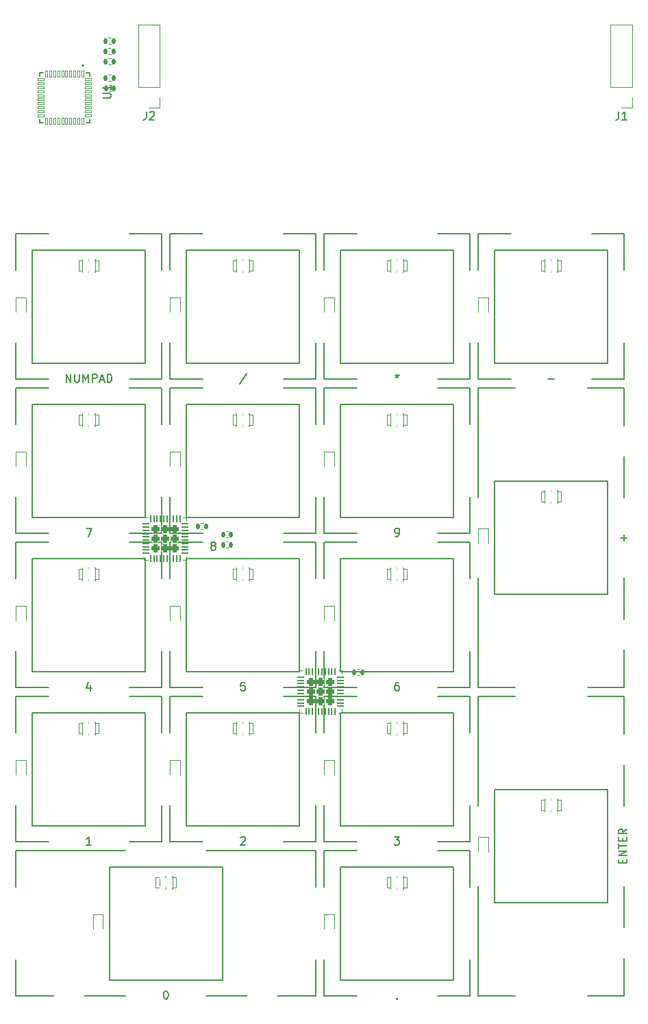
<source format=gto>
G04 #@! TF.GenerationSoftware,KiCad,Pcbnew,(6.0.5)*
G04 #@! TF.CreationDate,2022-06-21T22:28:43+02:00*
G04 #@! TF.ProjectId,Numpad,4e756d70-6164-42e6-9b69-6361645f7063,rev?*
G04 #@! TF.SameCoordinates,Original*
G04 #@! TF.FileFunction,Legend,Top*
G04 #@! TF.FilePolarity,Positive*
%FSLAX46Y46*%
G04 Gerber Fmt 4.6, Leading zero omitted, Abs format (unit mm)*
G04 Created by KiCad (PCBNEW (6.0.5)) date 2022-06-21 22:28:43*
%MOMM*%
%LPD*%
G01*
G04 APERTURE LIST*
G04 Aperture macros list*
%AMRoundRect*
0 Rectangle with rounded corners*
0 $1 Rounding radius*
0 $2 $3 $4 $5 $6 $7 $8 $9 X,Y pos of 4 corners*
0 Add a 4 corners polygon primitive as box body*
4,1,4,$2,$3,$4,$5,$6,$7,$8,$9,$2,$3,0*
0 Add four circle primitives for the rounded corners*
1,1,$1+$1,$2,$3*
1,1,$1+$1,$4,$5*
1,1,$1+$1,$6,$7*
1,1,$1+$1,$8,$9*
0 Add four rect primitives between the rounded corners*
20,1,$1+$1,$2,$3,$4,$5,0*
20,1,$1+$1,$4,$5,$6,$7,0*
20,1,$1+$1,$6,$7,$8,$9,0*
20,1,$1+$1,$8,$9,$2,$3,0*%
G04 Aperture macros list end*
%ADD10C,0.150000*%
%ADD11C,0.120000*%
%ADD12C,0.127000*%
%ADD13C,0.200000*%
%ADD14R,0.700000X0.600000*%
%ADD15C,3.000000*%
%ADD16C,4.000000*%
%ADD17C,3.048000*%
%ADD18C,3.987800*%
%ADD19R,0.650000X0.600000*%
%ADD20RoundRect,0.135000X-0.135000X-0.185000X0.135000X-0.185000X0.135000X0.185000X-0.135000X0.185000X0*%
%ADD21RoundRect,0.135000X0.135000X0.185000X-0.135000X0.185000X-0.135000X-0.185000X0.135000X-0.185000X0*%
%ADD22RoundRect,0.008100X-0.126900X0.421900X-0.126900X-0.421900X0.126900X-0.421900X0.126900X0.421900X0*%
%ADD23RoundRect,0.008100X-0.421900X-0.126900X0.421900X-0.126900X0.421900X0.126900X-0.421900X0.126900X0*%
%ADD24R,4.100000X4.100000*%
%ADD25R,1.700000X1.700000*%
%ADD26O,1.700000X1.700000*%
%ADD27RoundRect,0.140000X-0.140000X-0.170000X0.140000X-0.170000X0.140000X0.170000X-0.140000X0.170000X0*%
%ADD28RoundRect,0.062500X-0.350000X-0.062500X0.350000X-0.062500X0.350000X0.062500X-0.350000X0.062500X0*%
%ADD29RoundRect,0.062500X-0.062500X-0.350000X0.062500X-0.350000X0.062500X0.350000X-0.062500X0.350000X0*%
%ADD30RoundRect,0.242500X-0.242500X-0.242500X0.242500X-0.242500X0.242500X0.242500X-0.242500X0.242500X0*%
%ADD31RoundRect,0.140000X0.140000X0.170000X-0.140000X0.170000X-0.140000X-0.170000X0.140000X-0.170000X0*%
G04 APERTURE END LIST*
D10*
X43971380Y-146302380D02*
X44066619Y-146302380D01*
X44161857Y-146350000D01*
X44209476Y-146397619D01*
X44257095Y-146492857D01*
X44304714Y-146683333D01*
X44304714Y-146921428D01*
X44257095Y-147111904D01*
X44209476Y-147207142D01*
X44161857Y-147254761D01*
X44066619Y-147302380D01*
X43971380Y-147302380D01*
X43876142Y-147254761D01*
X43828523Y-147207142D01*
X43780904Y-147111904D01*
X43733285Y-146921428D01*
X43733285Y-146683333D01*
X43780904Y-146492857D01*
X43828523Y-146397619D01*
X43876142Y-146350000D01*
X43971380Y-146302380D01*
X36216380Y-35989904D02*
X37025904Y-35989904D01*
X37121142Y-35942285D01*
X37168761Y-35894666D01*
X37216380Y-35799428D01*
X37216380Y-35608952D01*
X37168761Y-35513714D01*
X37121142Y-35466095D01*
X37025904Y-35418476D01*
X36216380Y-35418476D01*
X37216380Y-34418476D02*
X37216380Y-34989904D01*
X37216380Y-34704190D02*
X36216380Y-34704190D01*
X36359238Y-34799428D01*
X36454476Y-34894666D01*
X36502095Y-34989904D01*
X53258285Y-127347619D02*
X53305904Y-127300000D01*
X53401142Y-127252380D01*
X53639238Y-127252380D01*
X53734476Y-127300000D01*
X53782095Y-127347619D01*
X53829714Y-127442857D01*
X53829714Y-127538095D01*
X53782095Y-127680952D01*
X53210666Y-128252380D01*
X53829714Y-128252380D01*
X72594000Y-147207142D02*
X72641619Y-147254761D01*
X72594000Y-147302380D01*
X72546380Y-147254761D01*
X72594000Y-147207142D01*
X72594000Y-147302380D01*
X53972571Y-70054761D02*
X53115428Y-71340476D01*
X100462571Y-130506428D02*
X100462571Y-130173095D01*
X100986380Y-130030238D02*
X100986380Y-130506428D01*
X99986380Y-130506428D01*
X99986380Y-130030238D01*
X100986380Y-129601666D02*
X99986380Y-129601666D01*
X100986380Y-129030238D01*
X99986380Y-129030238D01*
X99986380Y-128696904D02*
X99986380Y-128125476D01*
X100986380Y-128411190D02*
X99986380Y-128411190D01*
X100462571Y-127792142D02*
X100462571Y-127458809D01*
X100986380Y-127315952D02*
X100986380Y-127792142D01*
X99986380Y-127792142D01*
X99986380Y-127315952D01*
X100986380Y-126315952D02*
X100510190Y-126649285D01*
X100986380Y-126887380D02*
X99986380Y-126887380D01*
X99986380Y-126506428D01*
X100034000Y-126411190D01*
X100081619Y-126363571D01*
X100176857Y-126315952D01*
X100319714Y-126315952D01*
X100414952Y-126363571D01*
X100462571Y-126411190D01*
X100510190Y-126506428D01*
X100510190Y-126887380D01*
X91263047Y-70721428D02*
X92024952Y-70721428D01*
X99986666Y-37676380D02*
X99986666Y-38390666D01*
X99939047Y-38533523D01*
X99843809Y-38628761D01*
X99700952Y-38676380D01*
X99605714Y-38676380D01*
X100986666Y-38676380D02*
X100415238Y-38676380D01*
X100700952Y-38676380D02*
X100700952Y-37676380D01*
X100605714Y-37819238D01*
X100510476Y-37914476D01*
X100415238Y-37962095D01*
X100605428Y-90715952D02*
X100605428Y-89954047D01*
X100986380Y-90335000D02*
X100224476Y-90335000D01*
X72260666Y-127252380D02*
X72879714Y-127252380D01*
X72546380Y-127633333D01*
X72689238Y-127633333D01*
X72784476Y-127680952D01*
X72832095Y-127728571D01*
X72879714Y-127823809D01*
X72879714Y-128061904D01*
X72832095Y-128157142D01*
X72784476Y-128204761D01*
X72689238Y-128252380D01*
X72403523Y-128252380D01*
X72308285Y-128204761D01*
X72260666Y-128157142D01*
X34160666Y-89152380D02*
X34827333Y-89152380D01*
X34398761Y-90152380D01*
X34684476Y-108535714D02*
X34684476Y-109202380D01*
X34446380Y-108154761D02*
X34208285Y-108869047D01*
X34827333Y-108869047D01*
X34779714Y-128252380D02*
X34208285Y-128252380D01*
X34494000Y-128252380D02*
X34494000Y-127252380D01*
X34398761Y-127395238D01*
X34303523Y-127490476D01*
X34208285Y-127538095D01*
X53782095Y-108202380D02*
X53305904Y-108202380D01*
X53258285Y-108678571D01*
X53305904Y-108630952D01*
X53401142Y-108583333D01*
X53639238Y-108583333D01*
X53734476Y-108630952D01*
X53782095Y-108678571D01*
X53829714Y-108773809D01*
X53829714Y-109011904D01*
X53782095Y-109107142D01*
X53734476Y-109154761D01*
X53639238Y-109202380D01*
X53401142Y-109202380D01*
X53305904Y-109154761D01*
X53258285Y-109107142D01*
X72784476Y-108202380D02*
X72594000Y-108202380D01*
X72498761Y-108250000D01*
X72451142Y-108297619D01*
X72355904Y-108440476D01*
X72308285Y-108630952D01*
X72308285Y-109011904D01*
X72355904Y-109107142D01*
X72403523Y-109154761D01*
X72498761Y-109202380D01*
X72689238Y-109202380D01*
X72784476Y-109154761D01*
X72832095Y-109107142D01*
X72879714Y-109011904D01*
X72879714Y-108773809D01*
X72832095Y-108678571D01*
X72784476Y-108630952D01*
X72689238Y-108583333D01*
X72498761Y-108583333D01*
X72403523Y-108630952D01*
X72355904Y-108678571D01*
X72308285Y-108773809D01*
X72594000Y-70102380D02*
X72594000Y-70340476D01*
X72355904Y-70245238D02*
X72594000Y-70340476D01*
X72832095Y-70245238D01*
X72451142Y-70530952D02*
X72594000Y-70340476D01*
X72736857Y-70530952D01*
X49777089Y-91282952D02*
X49681851Y-91235333D01*
X49634232Y-91187714D01*
X49586613Y-91092476D01*
X49586613Y-91044857D01*
X49634232Y-90949619D01*
X49681851Y-90902000D01*
X49777089Y-90854380D01*
X49967566Y-90854380D01*
X50062804Y-90902000D01*
X50110423Y-90949619D01*
X50158042Y-91044857D01*
X50158042Y-91092476D01*
X50110423Y-91187714D01*
X50062804Y-91235333D01*
X49967566Y-91282952D01*
X49777089Y-91282952D01*
X49681851Y-91330571D01*
X49634232Y-91378190D01*
X49586613Y-91473428D01*
X49586613Y-91663904D01*
X49634232Y-91759142D01*
X49681851Y-91806761D01*
X49777089Y-91854380D01*
X49967566Y-91854380D01*
X50062804Y-91806761D01*
X50110423Y-91759142D01*
X50158042Y-91663904D01*
X50158042Y-91473428D01*
X50110423Y-91378190D01*
X50062804Y-91330571D01*
X49967566Y-91282952D01*
X41592666Y-37676380D02*
X41592666Y-38390666D01*
X41545047Y-38533523D01*
X41449809Y-38628761D01*
X41306952Y-38676380D01*
X41211714Y-38676380D01*
X42021238Y-37771619D02*
X42068857Y-37724000D01*
X42164095Y-37676380D01*
X42402190Y-37676380D01*
X42497428Y-37724000D01*
X42545047Y-37771619D01*
X42592666Y-37866857D01*
X42592666Y-37962095D01*
X42545047Y-38104952D01*
X41973619Y-38676380D01*
X42592666Y-38676380D01*
X31684476Y-71102380D02*
X31684476Y-70102380D01*
X32255904Y-71102380D01*
X32255904Y-70102380D01*
X32732095Y-70102380D02*
X32732095Y-70911904D01*
X32779714Y-71007142D01*
X32827333Y-71054761D01*
X32922571Y-71102380D01*
X33113047Y-71102380D01*
X33208285Y-71054761D01*
X33255904Y-71007142D01*
X33303523Y-70911904D01*
X33303523Y-70102380D01*
X33779714Y-71102380D02*
X33779714Y-70102380D01*
X34113047Y-70816666D01*
X34446380Y-70102380D01*
X34446380Y-71102380D01*
X34922571Y-71102380D02*
X34922571Y-70102380D01*
X35303523Y-70102380D01*
X35398761Y-70150000D01*
X35446380Y-70197619D01*
X35494000Y-70292857D01*
X35494000Y-70435714D01*
X35446380Y-70530952D01*
X35398761Y-70578571D01*
X35303523Y-70626190D01*
X34922571Y-70626190D01*
X35874952Y-70816666D02*
X36351142Y-70816666D01*
X35779714Y-71102380D02*
X36113047Y-70102380D01*
X36446380Y-71102380D01*
X36779714Y-71102380D02*
X36779714Y-70102380D01*
X37017809Y-70102380D01*
X37160666Y-70150000D01*
X37255904Y-70245238D01*
X37303523Y-70340476D01*
X37351142Y-70530952D01*
X37351142Y-70673809D01*
X37303523Y-70864285D01*
X37255904Y-70959523D01*
X37160666Y-71054761D01*
X37017809Y-71102380D01*
X36779714Y-71102380D01*
X72403523Y-90152380D02*
X72594000Y-90152380D01*
X72689238Y-90104761D01*
X72736857Y-90057142D01*
X72832095Y-89914285D01*
X72879714Y-89723809D01*
X72879714Y-89342857D01*
X72832095Y-89247619D01*
X72784476Y-89200000D01*
X72689238Y-89152380D01*
X72498761Y-89152380D01*
X72403523Y-89200000D01*
X72355904Y-89247619D01*
X72308285Y-89342857D01*
X72308285Y-89580952D01*
X72355904Y-89676190D01*
X72403523Y-89723809D01*
X72498761Y-89771428D01*
X72689238Y-89771428D01*
X72784476Y-89723809D01*
X72832095Y-89676190D01*
X72879714Y-89580952D01*
D11*
X25489000Y-62460000D02*
X25489000Y-60610000D01*
X26689000Y-62460000D02*
X26689000Y-60610000D01*
X26689000Y-60610000D02*
X25489000Y-60610000D01*
X44539000Y-100560000D02*
X44539000Y-98710000D01*
X45739000Y-100560000D02*
X45739000Y-98710000D01*
X45739000Y-98710000D02*
X44539000Y-98710000D01*
X25489000Y-81510000D02*
X25489000Y-79660000D01*
X26689000Y-81510000D02*
X26689000Y-79660000D01*
X26689000Y-79660000D02*
X25489000Y-79660000D01*
X63589000Y-100560000D02*
X63589000Y-98710000D01*
X64789000Y-100560000D02*
X64789000Y-98710000D01*
X64789000Y-98710000D02*
X63589000Y-98710000D01*
X63589000Y-62460000D02*
X63589000Y-60610000D01*
X64789000Y-62460000D02*
X64789000Y-60610000D01*
X64789000Y-60610000D02*
X63589000Y-60610000D01*
X82639000Y-129135000D02*
X82639000Y-127285000D01*
X83839000Y-129135000D02*
X83839000Y-127285000D01*
X83839000Y-127285000D02*
X82639000Y-127285000D01*
X82639000Y-91035000D02*
X82639000Y-89185000D01*
X83839000Y-91035000D02*
X83839000Y-89185000D01*
X83839000Y-89185000D02*
X82639000Y-89185000D01*
X44539000Y-119610000D02*
X44539000Y-117760000D01*
X45739000Y-119610000D02*
X45739000Y-117760000D01*
X45739000Y-117760000D02*
X44539000Y-117760000D01*
X35014000Y-138660000D02*
X35014000Y-136810000D01*
X36214000Y-138660000D02*
X36214000Y-136810000D01*
X36214000Y-136810000D02*
X35014000Y-136810000D01*
X63589000Y-119610000D02*
X63589000Y-117760000D01*
X64789000Y-119610000D02*
X64789000Y-117760000D01*
X64789000Y-117760000D02*
X63589000Y-117760000D01*
X25489000Y-119610000D02*
X25489000Y-117760000D01*
X26689000Y-119610000D02*
X26689000Y-117760000D01*
X26689000Y-117760000D02*
X25489000Y-117760000D01*
X63589000Y-81510000D02*
X63589000Y-79660000D01*
X64789000Y-81510000D02*
X64789000Y-79660000D01*
X64789000Y-79660000D02*
X63589000Y-79660000D01*
X44539000Y-62460000D02*
X44539000Y-60610000D01*
X45739000Y-62460000D02*
X45739000Y-60610000D01*
X45739000Y-60610000D02*
X44539000Y-60610000D01*
X82639000Y-62460000D02*
X82639000Y-60610000D01*
X83839000Y-62460000D02*
X83839000Y-60610000D01*
X83839000Y-60610000D02*
X82639000Y-60610000D01*
X25489000Y-100560000D02*
X25489000Y-98710000D01*
X26689000Y-100560000D02*
X26689000Y-98710000D01*
X26689000Y-98710000D02*
X25489000Y-98710000D01*
X63589000Y-138660000D02*
X63589000Y-136810000D01*
X64789000Y-138660000D02*
X64789000Y-136810000D01*
X64789000Y-136810000D02*
X63589000Y-136810000D01*
X44539000Y-81510000D02*
X44539000Y-79660000D01*
X45739000Y-81510000D02*
X45739000Y-79660000D01*
X45739000Y-79660000D02*
X44539000Y-79660000D01*
D10*
X48994000Y-128960000D02*
X62544000Y-128960000D01*
D11*
X45264000Y-133520000D02*
X42764000Y-133520000D01*
D10*
X48994000Y-146960000D02*
X62544000Y-146960000D01*
X25494000Y-128960000D02*
X25494000Y-133460000D01*
X25494000Y-146960000D02*
X39044000Y-146960000D01*
X37019000Y-144960000D02*
X37019000Y-130960000D01*
X37019000Y-130960000D02*
X51019000Y-130960000D01*
X25494000Y-142460000D02*
X25494000Y-146960000D01*
X62544000Y-133460000D02*
X62544000Y-128960000D01*
X51019000Y-130960000D02*
X51019000Y-144960000D01*
X51019000Y-144960000D02*
X37019000Y-144960000D01*
D11*
X45264000Y-132270000D02*
X42764000Y-132270000D01*
X42764000Y-132270000D02*
X42764000Y-133520000D01*
X45264000Y-133520000D02*
X45264000Y-132270000D01*
D10*
X25494000Y-128960000D02*
X39044000Y-128960000D01*
X62544000Y-142460000D02*
X62544000Y-146960000D01*
D11*
X73394000Y-95595000D02*
X71794000Y-95595000D01*
X71794000Y-93995000D02*
X73394000Y-93995000D01*
X73394000Y-95595000D02*
X73394000Y-93995000D01*
X73394000Y-93995000D02*
X73394000Y-95595000D01*
X71794000Y-95595000D02*
X71794000Y-93995000D01*
X36930359Y-30606000D02*
X37237641Y-30606000D01*
X36930359Y-29846000D02*
X37237641Y-29846000D01*
X37237641Y-33148000D02*
X36930359Y-33148000D01*
X37237641Y-33908000D02*
X36930359Y-33908000D01*
D12*
X34564000Y-32913000D02*
X34564000Y-33258000D01*
X34564000Y-39013000D02*
X34564000Y-38668000D01*
X28464000Y-39013000D02*
X28464000Y-38668000D01*
X34564000Y-39013000D02*
X34219000Y-39013000D01*
X28464000Y-32913000D02*
X28809000Y-32913000D01*
X28464000Y-39013000D02*
X28809000Y-39013000D01*
X34564000Y-32913000D02*
X34219000Y-32913000D01*
X28464000Y-32913000D02*
X28464000Y-33258000D01*
D13*
X33864000Y-31968000D02*
G75*
G03*
X33864000Y-31968000I-100000J0D01*
G01*
D11*
X67971641Y-106554000D02*
X67664359Y-106554000D01*
X67971641Y-107314000D02*
X67664359Y-107314000D01*
D10*
X46539000Y-125915000D02*
X46539000Y-111915000D01*
D11*
X52289000Y-113220000D02*
X52289000Y-114470000D01*
D10*
X46539000Y-111915000D02*
X60539000Y-111915000D01*
X44544000Y-109910000D02*
X44544000Y-114410000D01*
X44544000Y-123410000D02*
X44544000Y-127910000D01*
X44544000Y-109910000D02*
X48544000Y-109910000D01*
X62544000Y-109910000D02*
X58544000Y-109910000D01*
D11*
X54789000Y-114470000D02*
X52289000Y-114470000D01*
D10*
X60539000Y-111915000D02*
X60539000Y-125915000D01*
X60539000Y-125915000D02*
X46539000Y-125915000D01*
D11*
X54789000Y-114470000D02*
X54789000Y-113220000D01*
D10*
X58544000Y-127910000D02*
X62544000Y-127910000D01*
X44544000Y-127910000D02*
X48544000Y-127910000D01*
X62544000Y-114410000D02*
X62544000Y-109910000D01*
D11*
X54789000Y-113220000D02*
X52289000Y-113220000D01*
D10*
X62544000Y-123410000D02*
X62544000Y-127910000D01*
D11*
X73839000Y-132270000D02*
X71339000Y-132270000D01*
X73839000Y-133520000D02*
X71339000Y-133520000D01*
D10*
X63594000Y-142460000D02*
X63594000Y-146960000D01*
D11*
X71339000Y-132270000D02*
X71339000Y-133520000D01*
D10*
X81594000Y-128960000D02*
X77594000Y-128960000D01*
X63594000Y-146960000D02*
X67594000Y-146960000D01*
X65589000Y-144965000D02*
X65589000Y-130965000D01*
X79589000Y-144965000D02*
X65589000Y-144965000D01*
X63594000Y-128960000D02*
X63594000Y-133460000D01*
X65589000Y-130965000D02*
X79589000Y-130965000D01*
D11*
X73839000Y-133520000D02*
X73839000Y-132270000D01*
D10*
X79589000Y-130965000D02*
X79589000Y-144965000D01*
X81594000Y-133460000D02*
X81594000Y-128960000D01*
X77594000Y-146960000D02*
X81594000Y-146960000D01*
X63594000Y-128960000D02*
X67594000Y-128960000D01*
X81594000Y-142460000D02*
X81594000Y-146960000D01*
D11*
X73394000Y-55895000D02*
X73394000Y-57495000D01*
X73394000Y-57495000D02*
X73394000Y-55895000D01*
X73394000Y-57495000D02*
X71794000Y-57495000D01*
X71794000Y-57495000D02*
X71794000Y-55895000D01*
X71794000Y-55895000D02*
X73394000Y-55895000D01*
X35294000Y-113045000D02*
X35294000Y-114645000D01*
X35294000Y-114645000D02*
X33694000Y-114645000D01*
X33694000Y-114645000D02*
X33694000Y-113045000D01*
X33694000Y-113045000D02*
X35294000Y-113045000D01*
X35294000Y-114645000D02*
X35294000Y-113045000D01*
X52289000Y-56070000D02*
X52289000Y-57320000D01*
D10*
X44544000Y-52760000D02*
X44544000Y-57260000D01*
D11*
X54789000Y-56070000D02*
X52289000Y-56070000D01*
D10*
X62544000Y-66260000D02*
X62544000Y-70760000D01*
X60539000Y-68765000D02*
X46539000Y-68765000D01*
X62544000Y-57260000D02*
X62544000Y-52760000D01*
X44544000Y-70760000D02*
X48544000Y-70760000D01*
X62544000Y-52760000D02*
X58544000Y-52760000D01*
X58544000Y-70760000D02*
X62544000Y-70760000D01*
X60539000Y-54765000D02*
X60539000Y-68765000D01*
X44544000Y-52760000D02*
X48544000Y-52760000D01*
X46539000Y-68765000D02*
X46539000Y-54765000D01*
D11*
X54789000Y-57320000D02*
X54789000Y-56070000D01*
X54789000Y-57320000D02*
X52289000Y-57320000D01*
D10*
X46539000Y-54765000D02*
X60539000Y-54765000D01*
X44544000Y-66260000D02*
X44544000Y-70760000D01*
D11*
X54344000Y-57495000D02*
X54344000Y-55895000D01*
X54344000Y-55895000D02*
X54344000Y-57495000D01*
X52744000Y-55895000D02*
X54344000Y-55895000D01*
X54344000Y-57495000D02*
X52744000Y-57495000D01*
X52744000Y-57495000D02*
X52744000Y-55895000D01*
D10*
X84644000Y-135435000D02*
X84644000Y-121435000D01*
X82644000Y-123460000D02*
X82644000Y-109910000D01*
X87144000Y-109910000D02*
X82644000Y-109910000D01*
X96144000Y-146960000D02*
X100644000Y-146960000D01*
D11*
X90389000Y-122745000D02*
X90389000Y-123995000D01*
D10*
X98644000Y-121435000D02*
X98644000Y-135435000D01*
X82644000Y-146960000D02*
X87144000Y-146960000D01*
X82644000Y-146960000D02*
X82644000Y-133410000D01*
X96144000Y-109910000D02*
X100644000Y-109910000D01*
X100644000Y-146960000D02*
X100644000Y-133410000D01*
X84644000Y-121435000D02*
X98644000Y-121435000D01*
X98644000Y-135435000D02*
X84644000Y-135435000D01*
D11*
X92889000Y-123995000D02*
X92889000Y-122745000D01*
X92889000Y-123995000D02*
X90389000Y-123995000D01*
X92889000Y-122745000D02*
X90389000Y-122745000D01*
D10*
X100644000Y-123460000D02*
X100644000Y-109910000D01*
D11*
X35294000Y-93995000D02*
X35294000Y-95595000D01*
X35294000Y-95595000D02*
X33694000Y-95595000D01*
X33694000Y-95595000D02*
X33694000Y-93995000D01*
X35294000Y-95595000D02*
X35294000Y-93995000D01*
X33694000Y-93995000D02*
X35294000Y-93995000D01*
X73394000Y-113045000D02*
X73394000Y-114645000D01*
X71794000Y-114645000D02*
X71794000Y-113045000D01*
X71794000Y-113045000D02*
X73394000Y-113045000D01*
X73394000Y-114645000D02*
X71794000Y-114645000D01*
X73394000Y-114645000D02*
X73394000Y-113045000D01*
X48667641Y-89280000D02*
X48360359Y-89280000D01*
X48667641Y-88520000D02*
X48360359Y-88520000D01*
X52744000Y-76545000D02*
X52744000Y-74945000D01*
X54344000Y-76545000D02*
X52744000Y-76545000D01*
X54344000Y-76545000D02*
X54344000Y-74945000D01*
X52744000Y-74945000D02*
X54344000Y-74945000D01*
X54344000Y-74945000D02*
X54344000Y-76545000D01*
X92889000Y-56070000D02*
X90389000Y-56070000D01*
X90389000Y-56070000D02*
X90389000Y-57320000D01*
D10*
X82644000Y-70760000D02*
X86644000Y-70760000D01*
X84639000Y-68765000D02*
X84639000Y-54765000D01*
X100644000Y-57260000D02*
X100644000Y-52760000D01*
X96644000Y-70760000D02*
X100644000Y-70760000D01*
D11*
X92889000Y-57320000D02*
X90389000Y-57320000D01*
D10*
X82644000Y-52760000D02*
X82644000Y-57260000D01*
X98639000Y-54765000D02*
X98639000Y-68765000D01*
X84639000Y-54765000D02*
X98639000Y-54765000D01*
X82644000Y-52760000D02*
X86644000Y-52760000D01*
X98639000Y-68765000D02*
X84639000Y-68765000D01*
X100644000Y-52760000D02*
X96644000Y-52760000D01*
D11*
X92889000Y-57320000D02*
X92889000Y-56070000D01*
D10*
X82644000Y-66260000D02*
X82644000Y-70760000D01*
X100644000Y-66260000D02*
X100644000Y-70760000D01*
D11*
X44819000Y-132095000D02*
X44819000Y-133695000D01*
X43219000Y-133695000D02*
X43219000Y-132095000D01*
X43219000Y-132095000D02*
X44819000Y-132095000D01*
X44819000Y-133695000D02*
X43219000Y-133695000D01*
X44819000Y-133695000D02*
X44819000Y-132095000D01*
X101650000Y-37224000D02*
X100320000Y-37224000D01*
X98990000Y-34624000D02*
X98990000Y-26944000D01*
X101650000Y-35894000D02*
X101650000Y-37224000D01*
X101650000Y-26944000D02*
X98990000Y-26944000D01*
X101650000Y-34624000D02*
X101650000Y-26944000D01*
X101650000Y-34624000D02*
X98990000Y-34624000D01*
X90844000Y-124170000D02*
X90844000Y-122570000D01*
X92444000Y-124170000D02*
X90844000Y-124170000D01*
X92444000Y-124170000D02*
X92444000Y-122570000D01*
X92444000Y-122570000D02*
X92444000Y-124170000D01*
X90844000Y-122570000D02*
X92444000Y-122570000D01*
X52744000Y-113045000D02*
X54344000Y-113045000D01*
X54344000Y-113045000D02*
X54344000Y-114645000D01*
X54344000Y-114645000D02*
X54344000Y-113045000D01*
X54344000Y-114645000D02*
X52744000Y-114645000D01*
X52744000Y-114645000D02*
X52744000Y-113045000D01*
D10*
X84644000Y-97335000D02*
X84644000Y-83335000D01*
X82644000Y-85360000D02*
X82644000Y-71810000D01*
X96144000Y-71810000D02*
X100644000Y-71810000D01*
X82644000Y-108860000D02*
X82644000Y-95310000D01*
X98644000Y-97335000D02*
X84644000Y-97335000D01*
X82644000Y-108860000D02*
X87144000Y-108860000D01*
D11*
X92889000Y-85895000D02*
X90389000Y-85895000D01*
D10*
X100644000Y-108860000D02*
X100644000Y-95310000D01*
D11*
X92889000Y-84645000D02*
X90389000Y-84645000D01*
X92889000Y-85895000D02*
X92889000Y-84645000D01*
D10*
X98644000Y-83335000D02*
X98644000Y-97335000D01*
X96144000Y-108860000D02*
X100644000Y-108860000D01*
X87144000Y-71810000D02*
X82644000Y-71810000D01*
X100644000Y-85360000D02*
X100644000Y-71810000D01*
X84644000Y-83335000D02*
X98644000Y-83335000D01*
D11*
X90389000Y-84645000D02*
X90389000Y-85895000D01*
X33694000Y-76545000D02*
X33694000Y-74945000D01*
X35294000Y-74945000D02*
X35294000Y-76545000D01*
X35294000Y-76545000D02*
X35294000Y-74945000D01*
X35294000Y-76545000D02*
X33694000Y-76545000D01*
X33694000Y-74945000D02*
X35294000Y-74945000D01*
D10*
X77594000Y-127910000D02*
X81594000Y-127910000D01*
X79589000Y-125915000D02*
X65589000Y-125915000D01*
X63594000Y-127910000D02*
X67594000Y-127910000D01*
X79589000Y-111915000D02*
X79589000Y-125915000D01*
X81594000Y-109910000D02*
X77594000Y-109910000D01*
D11*
X73839000Y-114470000D02*
X71339000Y-114470000D01*
D10*
X63594000Y-123410000D02*
X63594000Y-127910000D01*
X81594000Y-114410000D02*
X81594000Y-109910000D01*
X65589000Y-125915000D02*
X65589000Y-111915000D01*
X65589000Y-111915000D02*
X79589000Y-111915000D01*
D11*
X73839000Y-114470000D02*
X73839000Y-113220000D01*
D10*
X81594000Y-123410000D02*
X81594000Y-127910000D01*
D11*
X71339000Y-113220000D02*
X71339000Y-114470000D01*
D10*
X63594000Y-109910000D02*
X67594000Y-109910000D01*
D11*
X73839000Y-113220000D02*
X71339000Y-113220000D01*
D10*
X63594000Y-109910000D02*
X63594000Y-114410000D01*
D11*
X35739000Y-76370000D02*
X35739000Y-75120000D01*
D10*
X27489000Y-87815000D02*
X27489000Y-73815000D01*
X39494000Y-89810000D02*
X43494000Y-89810000D01*
X43494000Y-71810000D02*
X39494000Y-71810000D01*
X25494000Y-85310000D02*
X25494000Y-89810000D01*
X27489000Y-73815000D02*
X41489000Y-73815000D01*
D11*
X35739000Y-75120000D02*
X33239000Y-75120000D01*
D10*
X43494000Y-76310000D02*
X43494000Y-71810000D01*
X25494000Y-89810000D02*
X29494000Y-89810000D01*
X43494000Y-85310000D02*
X43494000Y-89810000D01*
D11*
X35739000Y-76370000D02*
X33239000Y-76370000D01*
D10*
X25494000Y-71810000D02*
X25494000Y-76310000D01*
X25494000Y-71810000D02*
X29494000Y-71810000D01*
D11*
X33239000Y-75120000D02*
X33239000Y-76370000D01*
D10*
X41489000Y-73815000D02*
X41489000Y-87815000D01*
X41489000Y-87815000D02*
X27489000Y-87815000D01*
D11*
X73394000Y-133695000D02*
X73394000Y-132095000D01*
X71794000Y-133695000D02*
X71794000Y-132095000D01*
X71794000Y-132095000D02*
X73394000Y-132095000D01*
X73394000Y-132095000D02*
X73394000Y-133695000D01*
X73394000Y-133695000D02*
X71794000Y-133695000D01*
X92444000Y-55895000D02*
X92444000Y-57495000D01*
X90844000Y-57495000D02*
X90844000Y-55895000D01*
X92444000Y-57495000D02*
X92444000Y-55895000D01*
X92444000Y-57495000D02*
X90844000Y-57495000D01*
X90844000Y-55895000D02*
X92444000Y-55895000D01*
X35294000Y-55895000D02*
X35294000Y-57495000D01*
X35294000Y-57495000D02*
X33694000Y-57495000D01*
X33694000Y-55895000D02*
X35294000Y-55895000D01*
X33694000Y-57495000D02*
X33694000Y-55895000D01*
X35294000Y-57495000D02*
X35294000Y-55895000D01*
D10*
X25494000Y-90860000D02*
X29494000Y-90860000D01*
X43494000Y-90860000D02*
X39494000Y-90860000D01*
X43494000Y-95360000D02*
X43494000Y-90860000D01*
X25494000Y-90860000D02*
X25494000Y-95360000D01*
X27489000Y-106865000D02*
X27489000Y-92865000D01*
D11*
X35739000Y-94170000D02*
X33239000Y-94170000D01*
X33239000Y-94170000D02*
X33239000Y-95420000D01*
D10*
X25494000Y-108860000D02*
X29494000Y-108860000D01*
X25494000Y-104360000D02*
X25494000Y-108860000D01*
X43494000Y-104360000D02*
X43494000Y-108860000D01*
X41489000Y-106865000D02*
X27489000Y-106865000D01*
D11*
X35739000Y-95420000D02*
X33239000Y-95420000D01*
D10*
X41489000Y-92865000D02*
X41489000Y-106865000D01*
X39494000Y-108860000D02*
X43494000Y-108860000D01*
D11*
X35739000Y-95420000D02*
X35739000Y-94170000D01*
D10*
X27489000Y-92865000D02*
X41489000Y-92865000D01*
D11*
X36930359Y-29336000D02*
X37237641Y-29336000D01*
X36930359Y-28576000D02*
X37237641Y-28576000D01*
X37237641Y-31116000D02*
X36930359Y-31116000D01*
X37237641Y-31876000D02*
X36930359Y-31876000D01*
D10*
X25494000Y-123410000D02*
X25494000Y-127910000D01*
X41489000Y-125915000D02*
X27489000Y-125915000D01*
X43494000Y-109910000D02*
X39494000Y-109910000D01*
D11*
X35739000Y-113220000D02*
X33239000Y-113220000D01*
X33239000Y-113220000D02*
X33239000Y-114470000D01*
D10*
X25494000Y-127910000D02*
X29494000Y-127910000D01*
X43494000Y-123410000D02*
X43494000Y-127910000D01*
D11*
X35739000Y-114470000D02*
X35739000Y-113220000D01*
D10*
X27489000Y-111915000D02*
X41489000Y-111915000D01*
X39494000Y-127910000D02*
X43494000Y-127910000D01*
X41489000Y-111915000D02*
X41489000Y-125915000D01*
X25494000Y-109910000D02*
X25494000Y-114410000D01*
X43494000Y-114410000D02*
X43494000Y-109910000D01*
X25494000Y-109910000D02*
X29494000Y-109910000D01*
D11*
X35739000Y-114470000D02*
X33239000Y-114470000D01*
D10*
X27489000Y-125915000D02*
X27489000Y-111915000D01*
D11*
X54344000Y-95595000D02*
X52744000Y-95595000D01*
X52744000Y-93995000D02*
X54344000Y-93995000D01*
X54344000Y-95595000D02*
X54344000Y-93995000D01*
X52744000Y-95595000D02*
X52744000Y-93995000D01*
X54344000Y-93995000D02*
X54344000Y-95595000D01*
X36976164Y-35158000D02*
X37191836Y-35158000D01*
X36976164Y-34438000D02*
X37191836Y-34438000D01*
X92444000Y-86070000D02*
X92444000Y-84470000D01*
X90844000Y-84470000D02*
X92444000Y-84470000D01*
X92444000Y-84470000D02*
X92444000Y-86070000D01*
X90844000Y-86070000D02*
X90844000Y-84470000D01*
X92444000Y-86070000D02*
X90844000Y-86070000D01*
D10*
X62544000Y-90860000D02*
X58544000Y-90860000D01*
X44544000Y-90860000D02*
X48544000Y-90860000D01*
X44544000Y-108860000D02*
X48544000Y-108860000D01*
X46539000Y-106865000D02*
X46539000Y-92865000D01*
D11*
X54789000Y-94170000D02*
X52289000Y-94170000D01*
D10*
X44544000Y-90860000D02*
X44544000Y-95360000D01*
X62544000Y-104360000D02*
X62544000Y-108860000D01*
X44544000Y-104360000D02*
X44544000Y-108860000D01*
X60539000Y-106865000D02*
X46539000Y-106865000D01*
X46539000Y-92865000D02*
X60539000Y-92865000D01*
X58544000Y-108860000D02*
X62544000Y-108860000D01*
D11*
X54789000Y-95420000D02*
X52289000Y-95420000D01*
X52289000Y-94170000D02*
X52289000Y-95420000D01*
D10*
X62544000Y-95360000D02*
X62544000Y-90860000D01*
D11*
X54789000Y-95420000D02*
X54789000Y-94170000D01*
D10*
X60539000Y-92865000D02*
X60539000Y-106865000D01*
D11*
X46552000Y-87814000D02*
X46552000Y-88239000D01*
X46127000Y-87814000D02*
X46552000Y-87814000D01*
X41757000Y-87814000D02*
X41332000Y-87814000D01*
X46127000Y-93034000D02*
X46552000Y-93034000D01*
X41757000Y-93034000D02*
X41332000Y-93034000D01*
X46552000Y-93034000D02*
X46552000Y-92609000D01*
X41332000Y-93034000D02*
X41332000Y-92609000D01*
X65729000Y-106737000D02*
X65729000Y-107162000D01*
X65304000Y-111957000D02*
X65729000Y-111957000D01*
X60934000Y-111957000D02*
X60509000Y-111957000D01*
X65304000Y-106737000D02*
X65729000Y-106737000D01*
X65729000Y-111957000D02*
X65729000Y-111532000D01*
X60934000Y-106737000D02*
X60509000Y-106737000D01*
X60509000Y-111957000D02*
X60509000Y-111532000D01*
X71339000Y-94170000D02*
X71339000Y-95420000D01*
D10*
X81594000Y-104360000D02*
X81594000Y-108860000D01*
X77594000Y-108860000D02*
X81594000Y-108860000D01*
X79589000Y-106865000D02*
X65589000Y-106865000D01*
D11*
X73839000Y-94170000D02*
X71339000Y-94170000D01*
X73839000Y-95420000D02*
X71339000Y-95420000D01*
D10*
X65589000Y-92865000D02*
X79589000Y-92865000D01*
X81594000Y-90860000D02*
X77594000Y-90860000D01*
X81594000Y-95360000D02*
X81594000Y-90860000D01*
X63594000Y-108860000D02*
X67594000Y-108860000D01*
X63594000Y-90860000D02*
X67594000Y-90860000D01*
X63594000Y-90860000D02*
X63594000Y-95360000D01*
D11*
X73839000Y-95420000D02*
X73839000Y-94170000D01*
D10*
X63594000Y-104360000D02*
X63594000Y-108860000D01*
X79589000Y-92865000D02*
X79589000Y-106865000D01*
X65589000Y-106865000D02*
X65589000Y-92865000D01*
D11*
X51708164Y-90826000D02*
X51492492Y-90826000D01*
X51708164Y-91546000D02*
X51492492Y-91546000D01*
D10*
X63594000Y-70760000D02*
X67594000Y-70760000D01*
D11*
X73839000Y-57320000D02*
X71339000Y-57320000D01*
D10*
X65589000Y-68765000D02*
X65589000Y-54765000D01*
X81594000Y-66260000D02*
X81594000Y-70760000D01*
X79589000Y-68765000D02*
X65589000Y-68765000D01*
X81594000Y-57260000D02*
X81594000Y-52760000D01*
X63594000Y-52760000D02*
X63594000Y-57260000D01*
X79589000Y-54765000D02*
X79589000Y-68765000D01*
X63594000Y-52760000D02*
X67594000Y-52760000D01*
X77594000Y-70760000D02*
X81594000Y-70760000D01*
D11*
X71339000Y-56070000D02*
X71339000Y-57320000D01*
X73839000Y-56070000D02*
X71339000Y-56070000D01*
X73839000Y-57320000D02*
X73839000Y-56070000D01*
D10*
X63594000Y-66260000D02*
X63594000Y-70760000D01*
X81594000Y-52760000D02*
X77594000Y-52760000D01*
X65589000Y-54765000D02*
X79589000Y-54765000D01*
D11*
X52289000Y-75120000D02*
X52289000Y-76370000D01*
D10*
X46539000Y-73815000D02*
X60539000Y-73815000D01*
X44544000Y-89810000D02*
X48544000Y-89810000D01*
X58544000Y-89810000D02*
X62544000Y-89810000D01*
X44544000Y-85310000D02*
X44544000Y-89810000D01*
D11*
X54789000Y-76370000D02*
X52289000Y-76370000D01*
X54789000Y-76370000D02*
X54789000Y-75120000D01*
D10*
X44544000Y-71810000D02*
X48544000Y-71810000D01*
X60539000Y-73815000D02*
X60539000Y-87815000D01*
X60539000Y-87815000D02*
X46539000Y-87815000D01*
X62544000Y-76310000D02*
X62544000Y-71810000D01*
X44544000Y-71810000D02*
X44544000Y-76310000D01*
X62544000Y-71810000D02*
X58544000Y-71810000D01*
D11*
X54789000Y-75120000D02*
X52289000Y-75120000D01*
D10*
X62544000Y-85310000D02*
X62544000Y-89810000D01*
X46539000Y-87815000D02*
X46539000Y-73815000D01*
D11*
X43256000Y-37224000D02*
X41926000Y-37224000D01*
X40596000Y-34624000D02*
X40596000Y-26944000D01*
X43256000Y-34624000D02*
X40596000Y-34624000D01*
X43256000Y-34624000D02*
X43256000Y-26944000D01*
X43256000Y-26944000D02*
X40596000Y-26944000D01*
X43256000Y-35894000D02*
X43256000Y-37224000D01*
X71794000Y-74945000D02*
X73394000Y-74945000D01*
X73394000Y-74945000D02*
X73394000Y-76545000D01*
X71794000Y-76545000D02*
X71794000Y-74945000D01*
X73394000Y-76545000D02*
X71794000Y-76545000D01*
X73394000Y-76545000D02*
X73394000Y-74945000D01*
X51708164Y-89556000D02*
X51492492Y-89556000D01*
X51708164Y-90276000D02*
X51492492Y-90276000D01*
D10*
X43494000Y-52760000D02*
X39494000Y-52760000D01*
X25494000Y-52760000D02*
X29494000Y-52760000D01*
X27489000Y-68765000D02*
X27489000Y-54765000D01*
D11*
X35739000Y-56070000D02*
X33239000Y-56070000D01*
D10*
X41489000Y-68765000D02*
X27489000Y-68765000D01*
D11*
X33239000Y-56070000D02*
X33239000Y-57320000D01*
D10*
X43494000Y-66260000D02*
X43494000Y-70760000D01*
X27489000Y-54765000D02*
X41489000Y-54765000D01*
X43494000Y-57260000D02*
X43494000Y-52760000D01*
X25494000Y-66260000D02*
X25494000Y-70760000D01*
X25494000Y-70760000D02*
X29494000Y-70760000D01*
D11*
X35739000Y-57320000D02*
X35739000Y-56070000D01*
D10*
X39494000Y-70760000D02*
X43494000Y-70760000D01*
X41489000Y-54765000D02*
X41489000Y-68765000D01*
X25494000Y-52760000D02*
X25494000Y-57260000D01*
D11*
X35739000Y-57320000D02*
X33239000Y-57320000D01*
X73839000Y-76370000D02*
X71339000Y-76370000D01*
X73839000Y-75120000D02*
X71339000Y-75120000D01*
X73839000Y-76370000D02*
X73839000Y-75120000D01*
D10*
X63594000Y-89810000D02*
X67594000Y-89810000D01*
X79589000Y-87815000D02*
X65589000Y-87815000D01*
X63594000Y-85310000D02*
X63594000Y-89810000D01*
X63594000Y-71810000D02*
X63594000Y-76310000D01*
X65589000Y-73815000D02*
X79589000Y-73815000D01*
X81594000Y-76310000D02*
X81594000Y-71810000D01*
X79589000Y-73815000D02*
X79589000Y-87815000D01*
X63594000Y-71810000D02*
X67594000Y-71810000D01*
D11*
X71339000Y-75120000D02*
X71339000Y-76370000D01*
D10*
X81594000Y-71810000D02*
X77594000Y-71810000D01*
X77594000Y-89810000D02*
X81594000Y-89810000D01*
X81594000Y-85310000D02*
X81594000Y-89810000D01*
X65589000Y-87815000D02*
X65589000Y-73815000D01*
%LPC*%
D14*
X26089000Y-61060000D03*
X26089000Y-62460000D03*
X45139000Y-99160000D03*
X45139000Y-100560000D03*
X26089000Y-80110000D03*
X26089000Y-81510000D03*
X64189000Y-99160000D03*
X64189000Y-100560000D03*
X64189000Y-61060000D03*
X64189000Y-62460000D03*
X83239000Y-127735000D03*
X83239000Y-129135000D03*
X83239000Y-89635000D03*
X83239000Y-91035000D03*
X45139000Y-118210000D03*
X45139000Y-119610000D03*
X35614000Y-137260000D03*
X35614000Y-138660000D03*
X64189000Y-118210000D03*
X64189000Y-119610000D03*
X26089000Y-118210000D03*
X26089000Y-119610000D03*
X64189000Y-80110000D03*
X64189000Y-81510000D03*
X45139000Y-61060000D03*
X45139000Y-62460000D03*
X83239000Y-61060000D03*
X83239000Y-62460000D03*
X26089000Y-99160000D03*
X26089000Y-100560000D03*
X64189000Y-137260000D03*
X64189000Y-138660000D03*
X45139000Y-80110000D03*
X45139000Y-81510000D03*
D15*
X47829000Y-140500000D03*
D16*
X44019000Y-137960000D03*
D17*
X55957000Y-130975000D03*
D18*
X32081000Y-146215000D03*
X55957000Y-146215000D03*
D15*
X41479000Y-143040000D03*
D17*
X32081000Y-130975000D03*
D19*
X72194000Y-94095000D03*
X72194000Y-95495000D03*
X72994000Y-94095000D03*
X72994000Y-95495000D03*
D20*
X36574000Y-30226000D03*
X37594000Y-30226000D03*
D21*
X37594000Y-33528000D03*
X36574000Y-33528000D03*
D22*
X33764000Y-33028000D03*
X33264000Y-33028000D03*
X32764000Y-33028000D03*
X32264000Y-33028000D03*
X31764000Y-33028000D03*
X31264000Y-33028000D03*
X30764000Y-33028000D03*
X30264000Y-33028000D03*
X29764000Y-33028000D03*
X29264000Y-33028000D03*
D23*
X28579000Y-33713000D03*
X28579000Y-34213000D03*
X28579000Y-34713000D03*
X28579000Y-35213000D03*
X28579000Y-35713000D03*
X28579000Y-36213000D03*
X28579000Y-36713000D03*
X28579000Y-37213000D03*
X28579000Y-37713000D03*
X28579000Y-38213000D03*
D22*
X29264000Y-38898000D03*
X29764000Y-38898000D03*
X30264000Y-38898000D03*
X30764000Y-38898000D03*
X31264000Y-38898000D03*
X31764000Y-38898000D03*
X32264000Y-38898000D03*
X32764000Y-38898000D03*
X33264000Y-38898000D03*
X33764000Y-38898000D03*
D23*
X34449000Y-38213000D03*
X34449000Y-37713000D03*
X34449000Y-37213000D03*
X34449000Y-36713000D03*
X34449000Y-36213000D03*
X34449000Y-35713000D03*
X34449000Y-35213000D03*
X34449000Y-34713000D03*
X34449000Y-34213000D03*
X34449000Y-33713000D03*
D24*
X31514000Y-35963000D03*
D21*
X68328000Y-106934000D03*
X67308000Y-106934000D03*
D15*
X50999000Y-123995000D03*
X57349000Y-121455000D03*
D16*
X53539000Y-118915000D03*
D15*
X76399000Y-140505000D03*
D16*
X72589000Y-137965000D03*
D15*
X70049000Y-143045000D03*
D19*
X72194000Y-55995000D03*
X72194000Y-57395000D03*
X72994000Y-55995000D03*
X72994000Y-57395000D03*
X34094000Y-113145000D03*
X34094000Y-114545000D03*
X34894000Y-113145000D03*
X34894000Y-114545000D03*
D16*
X53539000Y-61765000D03*
D15*
X50999000Y-66845000D03*
X57349000Y-64305000D03*
D19*
X53144000Y-55995000D03*
X53144000Y-57395000D03*
X53944000Y-55995000D03*
X53944000Y-57395000D03*
D17*
X84659000Y-140373000D03*
D15*
X95454000Y-130975000D03*
X89104000Y-133515000D03*
D17*
X84659000Y-116497000D03*
D16*
X91644000Y-128435000D03*
D18*
X99899000Y-140373000D03*
X99899000Y-116497000D03*
D19*
X34094000Y-94095000D03*
X34094000Y-95495000D03*
X34894000Y-94095000D03*
X34894000Y-95495000D03*
X72194000Y-113145000D03*
X72194000Y-114545000D03*
X72994000Y-113145000D03*
X72994000Y-114545000D03*
D21*
X49024000Y-88900000D03*
X48004000Y-88900000D03*
D19*
X53144000Y-75045000D03*
X53144000Y-76445000D03*
X53944000Y-75045000D03*
X53944000Y-76445000D03*
D15*
X89099000Y-66845000D03*
D16*
X91639000Y-61765000D03*
D15*
X95449000Y-64305000D03*
D19*
X43619000Y-132195000D03*
X43619000Y-133595000D03*
X44419000Y-132195000D03*
X44419000Y-133595000D03*
D25*
X100320000Y-35894000D03*
D26*
X100320000Y-33354000D03*
X100320000Y-30814000D03*
X100320000Y-28274000D03*
D19*
X91244000Y-122670000D03*
X91244000Y-124070000D03*
X92044000Y-122670000D03*
X92044000Y-124070000D03*
X53144000Y-113145000D03*
X53144000Y-114545000D03*
X53944000Y-113145000D03*
X53944000Y-114545000D03*
D15*
X95454000Y-92875000D03*
D18*
X99899000Y-102273000D03*
D17*
X84659000Y-78397000D03*
D16*
X91644000Y-90335000D03*
D15*
X89104000Y-95415000D03*
D17*
X84659000Y-102273000D03*
D18*
X99899000Y-78397000D03*
D19*
X34094000Y-75045000D03*
X34094000Y-76445000D03*
X34894000Y-75045000D03*
X34894000Y-76445000D03*
D15*
X70049000Y-123995000D03*
D16*
X72589000Y-118915000D03*
D15*
X76399000Y-121455000D03*
X31949000Y-85895000D03*
X38299000Y-83355000D03*
D16*
X34489000Y-80815000D03*
D19*
X72194000Y-132195000D03*
X72194000Y-133595000D03*
X72994000Y-132195000D03*
X72994000Y-133595000D03*
X91244000Y-55995000D03*
X91244000Y-57395000D03*
X92044000Y-55995000D03*
X92044000Y-57395000D03*
X34094000Y-55995000D03*
X34094000Y-57395000D03*
X34894000Y-55995000D03*
X34894000Y-57395000D03*
D16*
X34489000Y-99865000D03*
D15*
X38299000Y-102405000D03*
X31949000Y-104945000D03*
D20*
X36574000Y-28956000D03*
X37594000Y-28956000D03*
D21*
X37594000Y-31496000D03*
X36574000Y-31496000D03*
D16*
X34489000Y-118915000D03*
D15*
X38299000Y-121455000D03*
X31949000Y-123995000D03*
D19*
X53144000Y-94095000D03*
X53144000Y-95495000D03*
X53944000Y-94095000D03*
X53944000Y-95495000D03*
D27*
X36604000Y-34798000D03*
X37564000Y-34798000D03*
D19*
X91244000Y-84570000D03*
X91244000Y-85970000D03*
X92044000Y-84570000D03*
X92044000Y-85970000D03*
D15*
X50999000Y-104945000D03*
D16*
X53539000Y-99865000D03*
D15*
X57349000Y-102405000D03*
D28*
X41504500Y-88624000D03*
X41504500Y-89024000D03*
X41504500Y-89424000D03*
X41504500Y-89824000D03*
X41504500Y-90224000D03*
X41504500Y-90624000D03*
X41504500Y-91024000D03*
X41504500Y-91424000D03*
X41504500Y-91824000D03*
X41504500Y-92224000D03*
D29*
X42142000Y-92861500D03*
X42542000Y-92861500D03*
X42942000Y-92861500D03*
X43342000Y-92861500D03*
X43742000Y-92861500D03*
X44142000Y-92861500D03*
X44542000Y-92861500D03*
X44942000Y-92861500D03*
X45342000Y-92861500D03*
X45742000Y-92861500D03*
D28*
X46379500Y-92224000D03*
X46379500Y-91824000D03*
D30*
X45142000Y-90424000D03*
X43942000Y-91624000D03*
X43942000Y-90424000D03*
X45142000Y-89224000D03*
X42742000Y-90424000D03*
X45142000Y-91624000D03*
X42742000Y-91624000D03*
X42742000Y-89224000D03*
X43942000Y-89224000D03*
D28*
X46379500Y-91424000D03*
X46379500Y-91024000D03*
X46379500Y-90624000D03*
X46379500Y-90224000D03*
X46379500Y-89824000D03*
X46379500Y-89424000D03*
X46379500Y-89024000D03*
X46379500Y-88624000D03*
D29*
X45742000Y-87986500D03*
X45342000Y-87986500D03*
X44942000Y-87986500D03*
X44542000Y-87986500D03*
X44142000Y-87986500D03*
X43742000Y-87986500D03*
X43342000Y-87986500D03*
X42942000Y-87986500D03*
X42542000Y-87986500D03*
X42142000Y-87986500D03*
D28*
X60681500Y-107547000D03*
X60681500Y-107947000D03*
X60681500Y-108347000D03*
X60681500Y-108747000D03*
X60681500Y-109147000D03*
X60681500Y-109547000D03*
X60681500Y-109947000D03*
X60681500Y-110347000D03*
X60681500Y-110747000D03*
X60681500Y-111147000D03*
D29*
X61319000Y-111784500D03*
X61719000Y-111784500D03*
X62119000Y-111784500D03*
X62519000Y-111784500D03*
X62919000Y-111784500D03*
X63319000Y-111784500D03*
X63719000Y-111784500D03*
X64119000Y-111784500D03*
X64519000Y-111784500D03*
X64919000Y-111784500D03*
D28*
X65556500Y-111147000D03*
X65556500Y-110747000D03*
D30*
X63119000Y-109347000D03*
X64319000Y-108147000D03*
X64319000Y-109347000D03*
X61919000Y-108147000D03*
D28*
X65556500Y-110347000D03*
D30*
X63119000Y-110547000D03*
X63119000Y-108147000D03*
X61919000Y-109347000D03*
X61919000Y-110547000D03*
X64319000Y-110547000D03*
D28*
X65556500Y-109947000D03*
X65556500Y-109547000D03*
X65556500Y-109147000D03*
X65556500Y-108747000D03*
X65556500Y-108347000D03*
X65556500Y-107947000D03*
X65556500Y-107547000D03*
D29*
X64919000Y-106909500D03*
X64519000Y-106909500D03*
X64119000Y-106909500D03*
X63719000Y-106909500D03*
X63319000Y-106909500D03*
X62919000Y-106909500D03*
X62519000Y-106909500D03*
X62119000Y-106909500D03*
X61719000Y-106909500D03*
X61319000Y-106909500D03*
D15*
X76399000Y-102405000D03*
X70049000Y-104945000D03*
D16*
X72589000Y-99865000D03*
D31*
X52080328Y-91186000D03*
X51120328Y-91186000D03*
D15*
X70049000Y-66845000D03*
D16*
X72589000Y-61765000D03*
D15*
X76399000Y-64305000D03*
X50999000Y-85895000D03*
X57349000Y-83355000D03*
D16*
X53539000Y-80815000D03*
D25*
X41926000Y-35894000D03*
D26*
X41926000Y-33354000D03*
X41926000Y-30814000D03*
X41926000Y-28274000D03*
D19*
X72194000Y-75045000D03*
X72194000Y-76445000D03*
X72994000Y-75045000D03*
X72994000Y-76445000D03*
D31*
X52080328Y-89916000D03*
X51120328Y-89916000D03*
D15*
X38299000Y-64305000D03*
D16*
X34489000Y-61765000D03*
D15*
X31949000Y-66845000D03*
X76399000Y-83355000D03*
X70049000Y-85895000D03*
D16*
X72589000Y-80815000D03*
M02*

</source>
